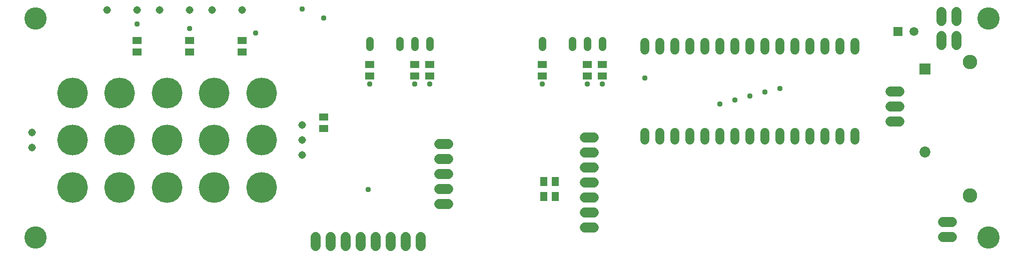
<source format=gbr>
G04 EAGLE Gerber RS-274X export*
G75*
%MOMM*%
%FSLAX34Y34*%
%LPD*%
%INSoldermask Top*%
%IPPOS*%
%AMOC8*
5,1,8,0,0,1.08239X$1,22.5*%
G01*
%ADD10C,3.784600*%
%ADD11C,1.727200*%
%ADD12C,1.311200*%
%ADD13R,1.511200X1.511200*%
%ADD14C,1.511200*%
%ADD15R,1.853200X1.853200*%
%ADD16C,1.853200*%
%ADD17C,2.453200*%
%ADD18R,1.603200X1.203200*%
%ADD19R,1.203200X1.603200*%
%ADD20C,1.311200*%
%ADD21C,1.511200*%
%ADD22C,5.203200*%
%ADD23C,0.959600*%


D10*
X31750Y31750D03*
X31750Y402590D03*
X1644650Y402590D03*
X1644650Y31750D03*
D11*
X1582420Y58420D02*
X1567180Y58420D01*
X1567180Y33020D02*
X1582420Y33020D01*
D12*
X330200Y417340D03*
X381000Y417340D03*
X241300Y417340D03*
X292100Y417340D03*
X152400Y417340D03*
X203200Y417340D03*
D13*
X1491000Y381000D03*
D14*
X1518500Y381000D03*
D15*
X1536700Y317500D03*
D16*
X1536700Y176500D03*
D17*
X1612900Y102900D03*
X1612900Y328900D03*
D11*
X683260Y33020D02*
X683260Y17780D01*
X657860Y17780D02*
X657860Y33020D01*
X632460Y33020D02*
X632460Y17780D01*
X607060Y17780D02*
X607060Y33020D01*
X581660Y33020D02*
X581660Y17780D01*
X556260Y17780D02*
X556260Y33020D01*
X530860Y33020D02*
X530860Y17780D01*
X505460Y17780D02*
X505460Y33020D01*
X1590700Y398780D02*
X1590700Y414020D01*
X1565300Y414020D02*
X1565300Y398780D01*
X1590700Y373380D02*
X1590700Y358140D01*
X1565300Y358140D02*
X1565300Y373380D01*
D18*
X519430Y216560D03*
X519430Y235560D03*
X990600Y324460D03*
X990600Y305460D03*
D19*
X892200Y127000D03*
X911200Y127000D03*
X892200Y101600D03*
X911200Y101600D03*
D18*
X381000Y365100D03*
X381000Y346100D03*
X292100Y365100D03*
X292100Y346100D03*
X203200Y365100D03*
X203200Y346100D03*
X596900Y324460D03*
X596900Y305460D03*
X673100Y324460D03*
X673100Y305460D03*
X698500Y324460D03*
X698500Y305460D03*
X889000Y324460D03*
X889000Y305460D03*
X965200Y324460D03*
X965200Y305460D03*
D20*
X647700Y353960D02*
X647700Y365040D01*
X673100Y365040D02*
X673100Y353960D01*
X698500Y353960D02*
X698500Y365040D01*
X596900Y365040D02*
X596900Y353960D01*
X939800Y353960D02*
X939800Y365040D01*
X965200Y365040D02*
X965200Y353960D01*
X990600Y353960D02*
X990600Y365040D01*
X889000Y365040D02*
X889000Y353960D01*
D21*
X1418900Y349060D02*
X1418900Y362140D01*
X1393500Y362140D02*
X1393500Y349060D01*
X1368100Y349060D02*
X1368100Y362140D01*
X1342700Y362140D02*
X1342700Y349060D01*
X1317300Y349060D02*
X1317300Y362140D01*
X1291900Y362140D02*
X1291900Y349060D01*
X1266500Y349060D02*
X1266500Y362140D01*
X1241100Y362140D02*
X1241100Y349060D01*
X1215700Y349060D02*
X1215700Y362140D01*
X1190300Y362140D02*
X1190300Y349060D01*
X1164900Y349060D02*
X1164900Y362140D01*
X1139500Y362140D02*
X1139500Y349060D01*
X1418900Y209740D02*
X1418900Y196660D01*
X1393500Y196660D02*
X1393500Y209740D01*
X1368100Y209740D02*
X1368100Y196660D01*
X1215700Y196660D02*
X1215700Y209740D01*
X1190300Y209740D02*
X1190300Y196660D01*
X1164900Y196660D02*
X1164900Y209740D01*
X1139500Y209740D02*
X1139500Y196660D01*
X1063300Y196660D02*
X1063300Y209740D01*
X1063300Y349060D02*
X1063300Y362140D01*
X1088700Y362140D02*
X1088700Y349060D01*
X1114100Y349060D02*
X1114100Y362140D01*
X1088700Y209740D02*
X1088700Y196660D01*
X1114100Y196660D02*
X1114100Y209740D01*
X1342700Y209740D02*
X1342700Y196660D01*
X1241100Y196660D02*
X1241100Y209740D01*
X1266500Y209740D02*
X1266500Y196660D01*
X1291900Y196660D02*
X1291900Y209740D01*
X1317300Y209740D02*
X1317300Y196660D01*
D12*
X482600Y171100D03*
X482600Y196500D03*
X482600Y221900D03*
X25400Y183800D03*
X25400Y209200D03*
D22*
X414000Y116500D03*
X334000Y116500D03*
X254000Y116500D03*
X174000Y116500D03*
X414000Y276500D03*
X334000Y276500D03*
X254000Y276500D03*
X174000Y276500D03*
X414000Y196500D03*
X334000Y196500D03*
X254000Y196500D03*
X174000Y196500D03*
X94000Y116500D03*
X94000Y276500D03*
X94000Y196500D03*
D11*
X714880Y88900D02*
X730120Y88900D01*
X730120Y114300D02*
X714880Y114300D01*
X714880Y139700D02*
X730120Y139700D01*
X730120Y165100D02*
X714880Y165100D01*
X714880Y190500D02*
X730120Y190500D01*
X961080Y48800D02*
X976320Y48800D01*
X976320Y74200D02*
X961080Y74200D01*
X961080Y99600D02*
X976320Y99600D01*
X976320Y125000D02*
X961080Y125000D01*
X961080Y150400D02*
X976320Y150400D01*
X976320Y175800D02*
X961080Y175800D01*
X961080Y201200D02*
X976320Y201200D01*
X1478280Y279400D02*
X1493520Y279400D01*
X1493520Y254000D02*
X1478280Y254000D01*
X1478280Y228600D02*
X1493520Y228600D01*
D23*
X596900Y292100D03*
X990600Y292100D03*
X673100Y292100D03*
X698500Y292100D03*
X889000Y292100D03*
X965200Y292100D03*
X594360Y113030D03*
X1189990Y258176D03*
X1215390Y264752D03*
X1240790Y271328D03*
X1266190Y277904D03*
X1291590Y284480D03*
X519430Y403860D03*
X203200Y393700D03*
X292100Y386080D03*
X403860Y378460D03*
X482600Y419100D03*
X1062990Y302260D03*
M02*

</source>
